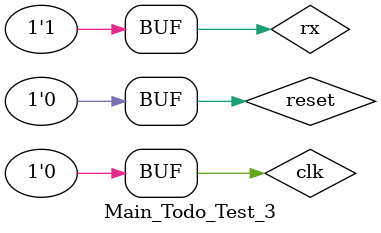
<source format=v>
`timescale 1ns / 1ps


module Main_Todo_Test_3;

	// Inputs
	reg clk;
	reg rx;
	reg reset;
	reg enable;

	// Outputs
	wire tx;
	wire led;
	wire led2;
	wire led3;
	wire led4;
	wire led5;
	wire led6;

	// Instantiate the Unit Under Test (UUT)
	Main uut (
		.clk(clk), 
		.rx(rx), 
		.reset(reset), 
		.tx(tx), 
		.led(led), 
		.led2(led2), 
		.led3(led3), 
		.led4(led4), 
		.led5(led5), 
		.enable(enable), 
		.led6(led6)
	);

	initial begin
		// Initialize Inputs
		clk = 0;
		rx = 0;
		reset = 0;

		// Wait 100 ns for global reset to finish
		#100;
      
		// Add stimulus here
		rx = 1;
		#999999;
		
		#52083.34;
		rx = 0;//start bit
		#52083.34;
		rx = 1;
		#52083.34;
		rx = 0;
		#52083.34;
		rx = 0;
		#52083.34;
		rx = 0;
		#52083.34;
		rx = 0;
		#52083.34;
		rx = 0;
		#52083.34;
		rx = 0;
		#52083.34;
		rx = 0;
		#52083.34;
		rx = 1;//stop bit
		#52083.34;
		
		#800000;
		
		#52083.34;
		rx = 0;//start bit
		#52083.34;
		rx = 1;
		#52083.34;
		rx = 0;
		#52083.34;
		rx = 0;
		#52083.34;
		rx = 0;
		#52083.34;
		rx = 0;
		#52083.34;
		rx = 0;
		#52083.34;
		rx = 0;
		#52083.34;
		rx = 0;
		#52083.34;
		rx = 1;//stop bit
		#52083.34;
		
		#800000;
		
		#52083.34;
		rx = 0;//start bit
		#52083.34;
		rx = 1;
		#52083.34;
		rx = 0;
		#52083.34;
		rx = 0;
		#52083.34;
		rx = 0;
		#52083.34;
		rx = 0;
		#52083.34;
		rx = 0;
		#52083.34;
		rx = 0;
		#52083.34;
		rx = 0;
		#52083.34;
		rx = 1;//stop bit
		#52083.34;
		
		#800000;
		
		#52083.34;
		rx = 0;//start bit
		#52083.34;
		rx = 1;
		#52083.34;
		rx = 0;
		#52083.34;
		rx = 0;
		#52083.34;
		rx = 0;
		#52083.34;
		rx = 0;
		#52083.34;
		rx = 0;
		#52083.34;
		rx = 0;
		#52083.34;
		rx = 0;
		#52083.34;
		rx = 1;//stop bit
		#52083.34;
		
		#800000;
		
		#52083.34;
		rx = 0;//start bit
		#52083.34;
		rx = 1;
		#52083.34;
		rx = 0;
		#52083.34;
		rx = 0;
		#52083.34;
		rx = 0;
		#52083.34;
		rx = 0;
		#52083.34;
		rx = 0;
		#52083.34;
		rx = 0;
		#52083.34;
		rx = 0;
		#52083.34;
		rx = 1;//stop bit
		#52083.34;
		
		#800000;
		
		#52083.34;
		rx = 0;//start bit
		#52083.34;
		rx = 1;
		#52083.34;
		rx = 0;
		#52083.34;
		rx = 0;
		#52083.34;
		rx = 0;
		#52083.34;
		rx = 0;
		#52083.34;
		rx = 0;
		#52083.34;
		rx = 0;
		#52083.34;
		rx = 0;
		#52083.34;
		rx = 1;//stop bit
		#52083.34;
		
		#800000;
		
		#52083.34;
		rx = 0;//start bit
		#52083.34;
		rx = 1;
		#52083.34;
		rx = 0;
		#52083.34;
		rx = 0;
		#52083.34;
		rx = 0;
		#52083.34;
		rx = 0;
		#52083.34;
		rx = 0;
		#52083.34;
		rx = 0;
		#52083.34;
		rx = 0;
		#52083.34;
		rx = 1;//stop bit
		#52083.34;
		
		#800000;
		
		#52083.34;
		rx = 0;//start bit
		#52083.34;
		rx = 1;
		#52083.34;
		rx = 0;
		#52083.34;
		rx = 0;
		#52083.34;
		rx = 0;
		#52083.34;
		rx = 0;
		#52083.34;
		rx = 0;
		#52083.34;
		rx = 0;
		#52083.34;
		rx = 0;
		#52083.34;
		rx = 1;//stop bit
		#52083.34;
		
		#800000;
		
		#52083.34;
		rx = 0;//start bit
		#52083.34;
		rx = 1;
		#52083.34;
		rx = 0;
		#52083.34;
		rx = 0;
		#52083.34;
		rx = 0;
		#52083.34;
		rx = 0;
		#52083.34;
		rx = 0;
		#52083.34;
		rx = 0;
		#52083.34;
		rx = 0;
		#52083.34;
		rx = 1;//stop bit
		#52083.34;
	end
	
	always 
		begin 
			clk = 1'b1;
			#(10/2) clk = 1'b0;
			#(10/2);
		end
      
endmodule
</source>
